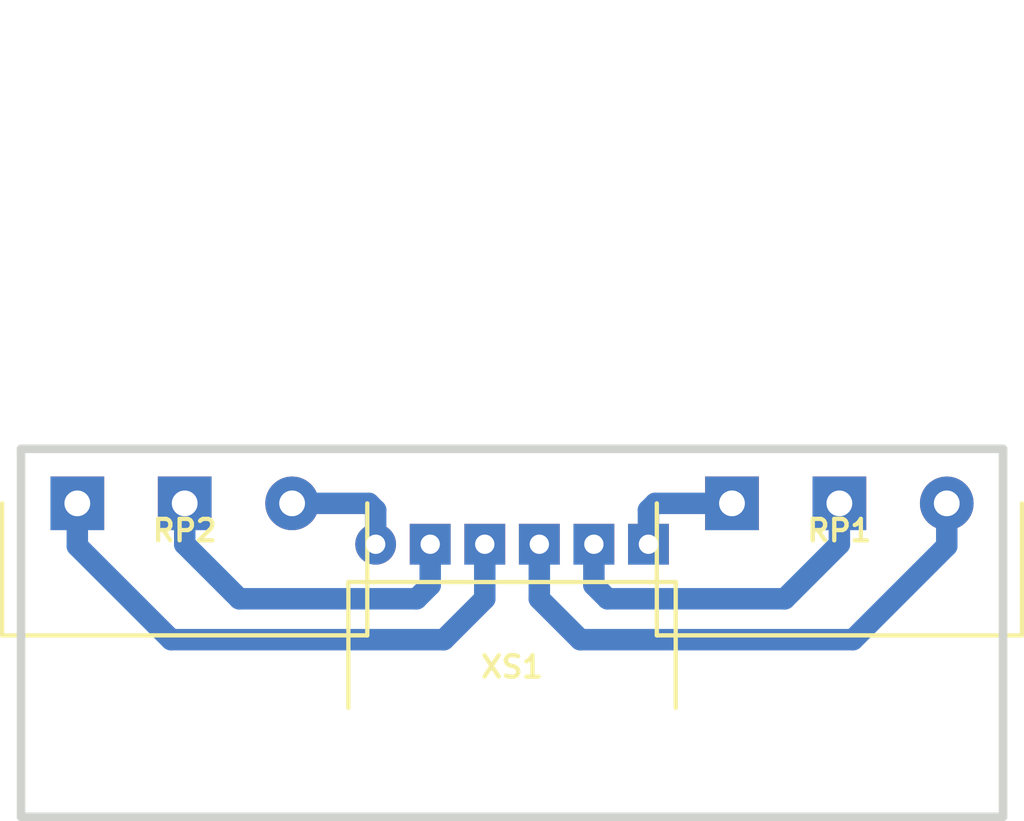
<source format=kicad_pcb>
(kicad_pcb (version 20171130) (host pcbnew 5.1.12-84ad8e8a86~92~ubuntu20.04.1)

  (general
    (thickness 1.6)
    (drawings 4)
    (tracks 26)
    (zones 0)
    (modules 3)
    (nets 7)
  )

  (page A4 portrait)
  (title_block
    (title ТКП-1.26.B-2)
    (date 2025-01-27)
    (rev 1B)
    (company "Great Depression Phaser Potentiometer Board [REV1B]")
    (comment 1 http://github.com/Adept666)
    (comment 2 "Igor Ivanov (Игорь Иванов)")
    (comment 3 -ТТКРЧПДЛ-)
    (comment 4 "This project is licensed under GNU General Public License v3.0 or later")
  )

  (layers
    (0 F.Cu jumper)
    (31 B.Cu signal)
    (38 B.Mask user)
    (44 Edge.Cuts user)
    (45 Margin user)
    (46 B.CrtYd user)
    (47 F.CrtYd user)
    (49 F.Fab user)
  )

  (setup
    (last_trace_width 1)
    (user_trace_width 0.6)
    (trace_clearance 0)
    (zone_clearance 0.6)
    (zone_45_only no)
    (trace_min 0.2)
    (via_size 2)
    (via_drill 1)
    (via_min_size 0.4)
    (via_min_drill 0.3)
    (uvia_size 0.3)
    (uvia_drill 0.1)
    (uvias_allowed no)
    (uvia_min_size 0)
    (uvia_min_drill 0)
    (edge_width 0.4)
    (segment_width 0.2)
    (pcb_text_width 0.3)
    (pcb_text_size 1.5 1.5)
    (mod_edge_width 0.15)
    (mod_text_size 1 1)
    (mod_text_width 0.15)
    (pad_size 1.6 1.8)
    (pad_drill 0)
    (pad_to_mask_clearance 0.2)
    (solder_mask_min_width 0.1)
    (aux_axis_origin 0 0)
    (visible_elements 7FFFFFFF)
    (pcbplotparams
      (layerselection 0x20000_7ffffffe)
      (usegerberextensions false)
      (usegerberattributes false)
      (usegerberadvancedattributes false)
      (creategerberjobfile false)
      (excludeedgelayer false)
      (linewidth 0.100000)
      (plotframeref true)
      (viasonmask false)
      (mode 1)
      (useauxorigin false)
      (hpglpennumber 1)
      (hpglpenspeed 20)
      (hpglpendiameter 15.000000)
      (psnegative false)
      (psa4output false)
      (plotreference false)
      (plotvalue true)
      (plotinvisibletext false)
      (padsonsilk true)
      (subtractmaskfromsilk false)
      (outputformat 4)
      (mirror false)
      (drillshape 0)
      (scaleselection 1)
      (outputdirectory ""))
  )

  (net 0 "")
  (net 1 "Net-(RP1-Pad3)")
  (net 2 "Net-(RP1-Pad1)")
  (net 3 "Net-(RP1-Pad2)")
  (net 4 "Net-(RP2-Pad3)")
  (net 5 "Net-(RP2-Pad1)")
  (net 6 "Net-(RP2-Pad2)")

  (net_class Default "This is the default net class."
    (clearance 0)
    (trace_width 1)
    (via_dia 2)
    (via_drill 1)
    (uvia_dia 0.3)
    (uvia_drill 0.1)
    (add_net "Net-(RP1-Pad1)")
    (add_net "Net-(RP1-Pad2)")
    (add_net "Net-(RP1-Pad3)")
    (add_net "Net-(RP2-Pad1)")
    (add_net "Net-(RP2-Pad2)")
    (add_net "Net-(RP2-Pad3)")
  )

  (module KCL-TH-SL:RP-PDB181-K-20-P (layer F.Cu) (tedit 60030E39) (tstamp 608AEE6A)
    (at 120.65 142.875 180)
    (path /60859B26)
    (fp_text reference RP1 (at 0 -1.27 180) (layer F.SilkS)
      (effects (font (size 1 1) (thickness 0.2)))
    )
    (fp_text value "RP1: B50K" (at 0 -1.27 180) (layer F.Fab)
      (effects (font (size 1 1) (thickness 0.2)))
    )
    (fp_line (start -7.3 3.35) (end -7.3 5.35) (layer F.Fab) (width 0.2))
    (fp_line (start -8.5 3.35) (end -8.5 5.35) (layer F.Fab) (width 0.2))
    (fp_line (start -8.5 5.35) (end -7.366 5.35) (layer F.Fab) (width 0.2))
    (fp_line (start 8.5 -6.15) (end 8.5 23.35) (layer F.CrtYd) (width 0.1))
    (fp_line (start -8.5 -6.15) (end -8.5 23.35) (layer F.CrtYd) (width 0.1))
    (fp_line (start -8.5 23.35) (end 8.5 23.35) (layer F.CrtYd) (width 0.1))
    (fp_line (start -8.5 -6.15) (end 8.5 -6.15) (layer F.CrtYd) (width 0.1))
    (fp_line (start 8.5 -6.15) (end 8.5 0) (layer F.SilkS) (width 0.2))
    (fp_line (start -8.5 -6.15) (end -8.5 0) (layer F.SilkS) (width 0.2))
    (fp_line (start -8.5 -6.15) (end 8.5 -6.15) (layer F.SilkS) (width 0.2))
    (fp_line (start -3.5 9.85) (end 3.5 9.85) (layer F.Fab) (width 0.2))
    (fp_line (start 3 9.85) (end 3 23.35) (layer F.Fab) (width 0.2))
    (fp_line (start -3 9.85) (end -3 23.35) (layer F.Fab) (width 0.2))
    (fp_line (start 3.5 3.35) (end 3.5 9.85) (layer F.Fab) (width 0.2))
    (fp_line (start -3.5 3.35) (end -3.5 9.85) (layer F.Fab) (width 0.2))
    (fp_line (start 8.5 -6.15) (end 8.5 3.35) (layer F.Fab) (width 0.2))
    (fp_line (start -8.5 -6.15) (end -8.5 3.35) (layer F.Fab) (width 0.2))
    (fp_line (start -3 23.35) (end 3 23.35) (layer F.Fab) (width 0.2))
    (fp_line (start -8.5 3.35) (end 8.5 3.35) (layer F.Fab) (width 0.2))
    (fp_line (start -8.5 -6.15) (end 8.5 -6.15) (layer F.Fab) (width 0.2))
    (pad 3 thru_hole rect (at 5 0 180) (size 2.5 2.5) (drill 1.2) (layers B.Cu B.Mask)
      (net 1 "Net-(RP1-Pad3)"))
    (pad 1 thru_hole circle (at -5 0 180) (size 2.5 2.5) (drill 1.2) (layers B.Cu B.Mask)
      (net 2 "Net-(RP1-Pad1)"))
    (pad 2 thru_hole rect (at 0 0 180) (size 2.5 2.5) (drill 1.2) (layers B.Cu B.Mask)
      (net 3 "Net-(RP1-Pad2)"))
  )

  (module KCL-TH-SL:RP-PDB181-K-20-P (layer F.Cu) (tedit 60030E39) (tstamp 5FE6D9E5)
    (at 90.17 142.875 180)
    (path /5FE7A122)
    (fp_text reference RP2 (at 0 -1.27 180) (layer F.SilkS)
      (effects (font (size 1 1) (thickness 0.2)))
    )
    (fp_text value "RP2: B50K" (at 0 -1.27 180) (layer F.Fab)
      (effects (font (size 1 1) (thickness 0.2)))
    )
    (fp_line (start -7.3 3.35) (end -7.3 5.35) (layer F.Fab) (width 0.2))
    (fp_line (start -8.5 3.35) (end -8.5 5.35) (layer F.Fab) (width 0.2))
    (fp_line (start -8.5 5.35) (end -7.366 5.35) (layer F.Fab) (width 0.2))
    (fp_line (start 8.5 -6.15) (end 8.5 23.35) (layer F.CrtYd) (width 0.1))
    (fp_line (start -8.5 -6.15) (end -8.5 23.35) (layer F.CrtYd) (width 0.1))
    (fp_line (start -8.5 23.35) (end 8.5 23.35) (layer F.CrtYd) (width 0.1))
    (fp_line (start -8.5 -6.15) (end 8.5 -6.15) (layer F.CrtYd) (width 0.1))
    (fp_line (start 8.5 -6.15) (end 8.5 0) (layer F.SilkS) (width 0.2))
    (fp_line (start -8.5 -6.15) (end -8.5 0) (layer F.SilkS) (width 0.2))
    (fp_line (start -8.5 -6.15) (end 8.5 -6.15) (layer F.SilkS) (width 0.2))
    (fp_line (start -3.5 9.85) (end 3.5 9.85) (layer F.Fab) (width 0.2))
    (fp_line (start 3 9.85) (end 3 23.35) (layer F.Fab) (width 0.2))
    (fp_line (start -3 9.85) (end -3 23.35) (layer F.Fab) (width 0.2))
    (fp_line (start 3.5 3.35) (end 3.5 9.85) (layer F.Fab) (width 0.2))
    (fp_line (start -3.5 3.35) (end -3.5 9.85) (layer F.Fab) (width 0.2))
    (fp_line (start 8.5 -6.15) (end 8.5 3.35) (layer F.Fab) (width 0.2))
    (fp_line (start -8.5 -6.15) (end -8.5 3.35) (layer F.Fab) (width 0.2))
    (fp_line (start -3 23.35) (end 3 23.35) (layer F.Fab) (width 0.2))
    (fp_line (start -8.5 3.35) (end 8.5 3.35) (layer F.Fab) (width 0.2))
    (fp_line (start -8.5 -6.15) (end 8.5 -6.15) (layer F.Fab) (width 0.2))
    (pad 3 thru_hole rect (at 5 0 180) (size 2.5 2.5) (drill 1.2) (layers B.Cu B.Mask)
      (net 4 "Net-(RP2-Pad3)"))
    (pad 1 thru_hole circle (at -5 0 180) (size 2.5 2.5) (drill 1.2) (layers B.Cu B.Mask)
      (net 5 "Net-(RP2-Pad1)"))
    (pad 2 thru_hole rect (at 0 0 180) (size 2.5 2.5) (drill 1.2) (layers B.Cu B.Mask)
      (net 6 "Net-(RP2-Pad2)"))
  )

  (module KCL-TH-SL:CON-PBS-06R (layer F.Cu) (tedit 6242BD01) (tstamp 61D02E61)
    (at 105.41 144.78)
    (path /60033671)
    (fp_text reference XS1 (at 0 5.715) (layer F.SilkS)
      (effects (font (size 1 1) (thickness 0.2)))
    )
    (fp_text value PBS-06R (at 0 5.715) (layer F.Fab)
      (effects (font (size 1 1) (thickness 0.2)))
    )
    (fp_line (start 7.62 1.76) (end 7.62 10.16) (layer F.Fab) (width 0.2))
    (fp_line (start -7.62 1.76) (end -7.62 10.16) (layer F.Fab) (width 0.2))
    (fp_line (start -7.62 10.16) (end 7.62 10.16) (layer F.Fab) (width 0.2))
    (fp_line (start -7.62 1.76) (end 7.62 1.76) (layer F.Fab) (width 0.2))
    (fp_line (start -7.62 1.76) (end 7.62 1.76) (layer F.SilkS) (width 0.2))
    (fp_line (start -7.62 1.76) (end -7.62 7.62) (layer F.SilkS) (width 0.2))
    (fp_line (start 7.62 1.76) (end 7.62 7.62) (layer F.SilkS) (width 0.2))
    (fp_line (start -7.62 -0.45) (end 7.62 -0.45) (layer F.CrtYd) (width 0.1))
    (fp_line (start -7.62 10.16) (end 7.62 10.16) (layer F.CrtYd) (width 0.1))
    (fp_line (start -7.62 -0.45) (end -7.62 10.16) (layer F.CrtYd) (width 0.1))
    (fp_line (start 7.62 -0.45) (end 7.62 10.16) (layer F.CrtYd) (width 0.1))
    (pad 6 thru_hole rect (at 6.35 0) (size 1.9 1.9) (drill 0.9) (layers B.Cu B.Mask)
      (net 1 "Net-(RP1-Pad3)"))
    (pad 5 thru_hole rect (at 3.81 0) (size 1.9 1.9) (drill 0.9) (layers B.Cu B.Mask)
      (net 3 "Net-(RP1-Pad2)"))
    (pad 4 thru_hole rect (at 1.27 0) (size 1.9 1.9) (drill 0.9) (layers B.Cu B.Mask)
      (net 2 "Net-(RP1-Pad1)"))
    (pad 1 thru_hole circle (at -6.35 0) (size 1.9 1.9) (drill 0.9) (layers B.Cu B.Mask)
      (net 5 "Net-(RP2-Pad1)"))
    (pad 2 thru_hole rect (at -3.81 0) (size 1.9 1.9) (drill 0.9) (layers B.Cu B.Mask)
      (net 6 "Net-(RP2-Pad2)"))
    (pad 3 thru_hole rect (at -1.27 0) (size 1.9 1.9) (drill 0.9) (layers B.Cu B.Mask)
      (net 4 "Net-(RP2-Pad3)"))
  )

  (gr_line (start 128.27 140.335) (end 128.27 157.48) (layer Edge.Cuts) (width 0.4) (tstamp 5FE6F872))
  (gr_line (start 82.55 140.335) (end 82.55 157.48) (layer Edge.Cuts) (width 0.4) (tstamp 5FE6F872))
  (gr_line (start 82.55 157.48) (end 128.27 157.48) (layer Edge.Cuts) (width 0.4) (tstamp 5FE6FAB1))
  (gr_line (start 82.55 140.335) (end 128.27 140.335) (layer Edge.Cuts) (width 0.4) (tstamp 5FE6F86E))

  (segment (start 111.76 143.1925) (end 111.76 144.78) (width 1) (layer B.Cu) (net 1))
  (segment (start 115.65 142.875) (end 112.0775 142.875) (width 1) (layer B.Cu) (net 1))
  (segment (start 111.76 143.1925) (end 112.0775 142.875) (width 1) (layer B.Cu) (net 1))
  (segment (start 106.68 147.32) (end 106.68 144.78) (width 1) (layer B.Cu) (net 2) (tstamp 61D0341A))
  (segment (start 125.65 142.875) (end 125.65 144.86) (width 1) (layer B.Cu) (net 2) (tstamp 61D033B2))
  (segment (start 108.585 149.225) (end 106.68 147.32) (width 1) (layer B.Cu) (net 2) (tstamp 61D033B4))
  (segment (start 125.65 144.86) (end 121.285 149.225) (width 1) (layer B.Cu) (net 2) (tstamp 61D033B9))
  (segment (start 121.285 149.225) (end 108.585 149.225) (width 1) (layer B.Cu) (net 2))
  (segment (start 109.22 146.685) (end 109.22 144.78) (width 1) (layer B.Cu) (net 3) (tstamp 61D03416))
  (segment (start 120.65 142.875) (end 120.65 144.78) (width 1) (layer B.Cu) (net 3) (tstamp 61D033B5))
  (segment (start 120.65 144.78) (end 118.11 147.32) (width 1) (layer B.Cu) (net 3) (tstamp 61D033B6))
  (segment (start 109.855 147.32) (end 109.22 146.685) (width 1) (layer B.Cu) (net 3) (tstamp 61D033B8))
  (segment (start 118.11 147.32) (end 109.855 147.32) (width 1) (layer B.Cu) (net 3))
  (segment (start 104.14 147.32) (end 104.14 144.78) (width 1) (layer B.Cu) (net 4) (tstamp 61D03408))
  (segment (start 102.235 149.225) (end 104.14 147.32) (width 1) (layer B.Cu) (net 4) (tstamp 61D03409))
  (segment (start 89.535 149.225) (end 102.235 149.225) (width 1) (layer B.Cu) (net 4))
  (segment (start 85.17 144.86) (end 89.535 149.225) (width 1) (layer B.Cu) (net 4))
  (segment (start 85.17 142.875) (end 85.17 144.86) (width 1) (layer B.Cu) (net 4))
  (segment (start 99.06 143.1925) (end 99.06 144.78) (width 1) (layer B.Cu) (net 5))
  (segment (start 95.17 142.875) (end 98.7425 142.875) (width 1) (layer B.Cu) (net 5))
  (segment (start 98.7425 142.875) (end 99.06 143.1925) (width 1) (layer B.Cu) (net 5))
  (segment (start 101.6 146.685) (end 101.6 144.78) (width 1) (layer B.Cu) (net 6) (tstamp 61D0340A))
  (segment (start 100.965 147.32) (end 101.6 146.685) (width 1) (layer B.Cu) (net 6) (tstamp 61D0340B))
  (segment (start 92.71 147.32) (end 100.965 147.32) (width 1) (layer B.Cu) (net 6))
  (segment (start 90.17 144.78) (end 92.71 147.32) (width 1) (layer B.Cu) (net 6))
  (segment (start 90.17 142.875) (end 90.17 144.78) (width 1) (layer B.Cu) (net 6))

)

</source>
